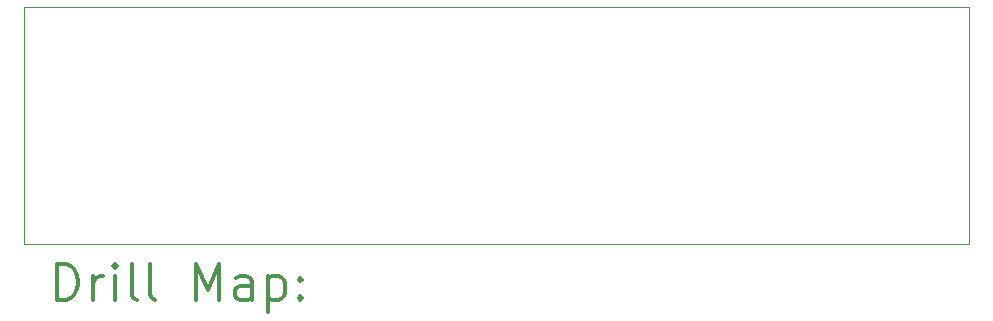
<source format=gbr>
%FSLAX45Y45*%
G04 Gerber Fmt 4.5, Leading zero omitted, Abs format (unit mm)*
G04 Created by KiCad (PCBNEW (5.1.9)-1) date 2021-06-14 22:59:02*
%MOMM*%
%LPD*%
G01*
G04 APERTURE LIST*
%TA.AperFunction,Profile*%
%ADD10C,0.050000*%
%TD*%
%ADD11C,0.200000*%
%ADD12C,0.300000*%
G04 APERTURE END LIST*
D10*
X10160000Y-10693400D02*
X10160000Y-12700000D01*
X18161000Y-10693400D02*
X10160000Y-10693400D01*
X18161000Y-12700000D02*
X18161000Y-10693400D01*
X10160000Y-12700000D02*
X18161000Y-12700000D01*
D11*
D12*
X10443928Y-13168214D02*
X10443928Y-12868214D01*
X10515357Y-12868214D01*
X10558214Y-12882500D01*
X10586786Y-12911071D01*
X10601071Y-12939643D01*
X10615357Y-12996786D01*
X10615357Y-13039643D01*
X10601071Y-13096786D01*
X10586786Y-13125357D01*
X10558214Y-13153929D01*
X10515357Y-13168214D01*
X10443928Y-13168214D01*
X10743928Y-13168214D02*
X10743928Y-12968214D01*
X10743928Y-13025357D02*
X10758214Y-12996786D01*
X10772500Y-12982500D01*
X10801071Y-12968214D01*
X10829643Y-12968214D01*
X10929643Y-13168214D02*
X10929643Y-12968214D01*
X10929643Y-12868214D02*
X10915357Y-12882500D01*
X10929643Y-12896786D01*
X10943928Y-12882500D01*
X10929643Y-12868214D01*
X10929643Y-12896786D01*
X11115357Y-13168214D02*
X11086786Y-13153929D01*
X11072500Y-13125357D01*
X11072500Y-12868214D01*
X11272500Y-13168214D02*
X11243928Y-13153929D01*
X11229643Y-13125357D01*
X11229643Y-12868214D01*
X11615357Y-13168214D02*
X11615357Y-12868214D01*
X11715357Y-13082500D01*
X11815357Y-12868214D01*
X11815357Y-13168214D01*
X12086786Y-13168214D02*
X12086786Y-13011071D01*
X12072500Y-12982500D01*
X12043928Y-12968214D01*
X11986786Y-12968214D01*
X11958214Y-12982500D01*
X12086786Y-13153929D02*
X12058214Y-13168214D01*
X11986786Y-13168214D01*
X11958214Y-13153929D01*
X11943928Y-13125357D01*
X11943928Y-13096786D01*
X11958214Y-13068214D01*
X11986786Y-13053929D01*
X12058214Y-13053929D01*
X12086786Y-13039643D01*
X12229643Y-12968214D02*
X12229643Y-13268214D01*
X12229643Y-12982500D02*
X12258214Y-12968214D01*
X12315357Y-12968214D01*
X12343928Y-12982500D01*
X12358214Y-12996786D01*
X12372500Y-13025357D01*
X12372500Y-13111071D01*
X12358214Y-13139643D01*
X12343928Y-13153929D01*
X12315357Y-13168214D01*
X12258214Y-13168214D01*
X12229643Y-13153929D01*
X12501071Y-13139643D02*
X12515357Y-13153929D01*
X12501071Y-13168214D01*
X12486786Y-13153929D01*
X12501071Y-13139643D01*
X12501071Y-13168214D01*
X12501071Y-12982500D02*
X12515357Y-12996786D01*
X12501071Y-13011071D01*
X12486786Y-12996786D01*
X12501071Y-12982500D01*
X12501071Y-13011071D01*
M02*

</source>
